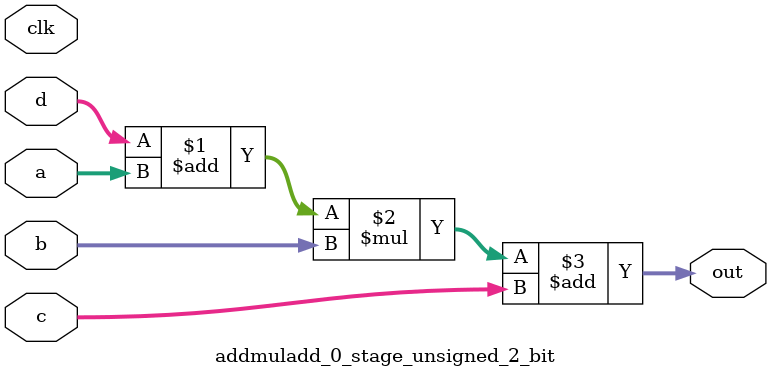
<source format=sv>
(* use_dsp = "yes" *) module addmuladd_0_stage_unsigned_2_bit(
	input  [1:0] a,
	input  [1:0] b,
	input  [1:0] c,
	input  [1:0] d,
	output [1:0] out,
	input clk);

	assign out = ((d + a) * b) + c;
endmodule

</source>
